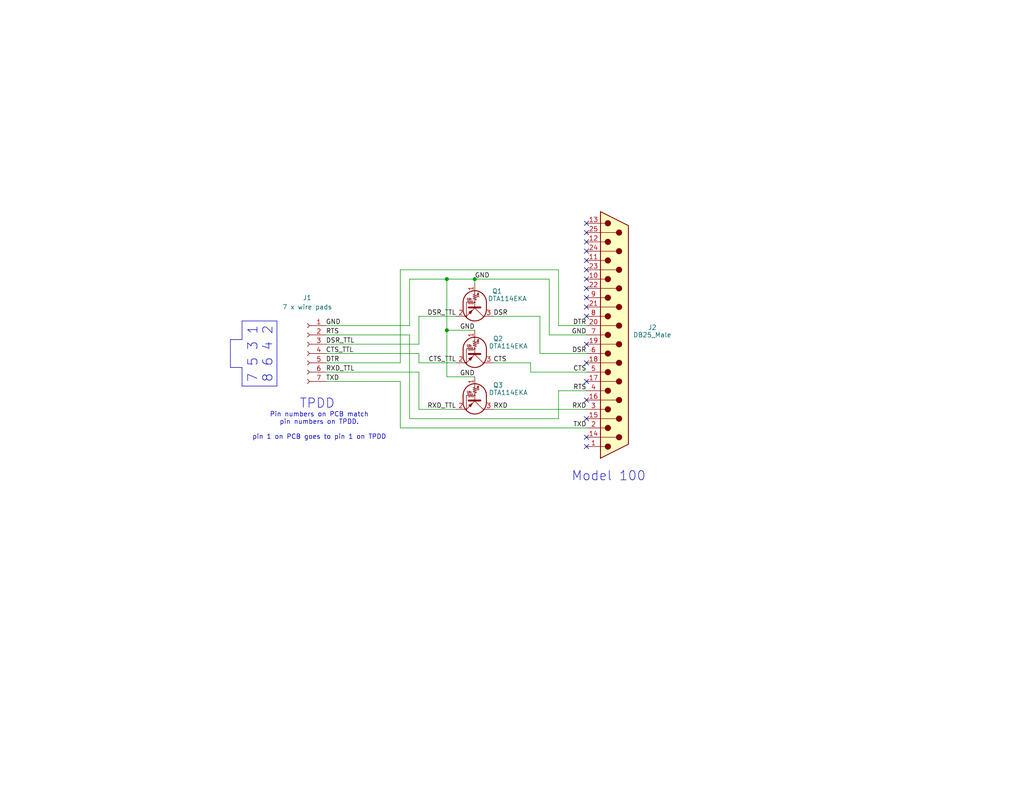
<source format=kicad_sch>
(kicad_sch (version 20231120) (generator "eeschema") (generator_version "8.0")
  (paper "USLetter")
  (title_block (title "TPDD-RS-232") (date "2020-08-07") (company "Brian K. White"))
  (lib_symbols
    (symbol "000_LOCAL:WirePads_01x07" (pin_names (offset 1.016) hide)
      (property "Reference" "J" (at 0 10.16 0))
      (property "Value" "WirePads_01x07" (at 0 -10.16 0))
      (symbol "WirePads_01x07_1_1"
        (arc (start 0 -7.112) (mid -0.5058 -7.62) (end 0 -8.128) (stroke (width 0.1524)))
        (arc (start 0 -4.572) (mid -0.5058 -5.08) (end 0 -5.588) (stroke (width 0.1524)))
        (arc (start 0 -2.032) (mid -0.5058 -2.54) (end 0 -3.048) (stroke (width 0.1524)))
        (polyline (pts (xy -1.27 -7.62) (xy -0.508 -7.62)) (stroke (width 0.1524)))
        (polyline (pts (xy -1.27 -5.08) (xy -0.508 -5.08)) (stroke (width 0.1524)))
        (polyline (pts (xy -1.27 -2.54) (xy -0.508 -2.54)) (stroke (width 0.1524)))
        (polyline (pts (xy -1.27 0) (xy -0.508 0)) (stroke (width 0.1524)))
        (polyline (pts (xy -1.27 2.54) (xy -0.508 2.54)) (stroke (width 0.1524)))
        (polyline (pts (xy -1.27 5.08) (xy -0.508 5.08)) (stroke (width 0.1524)))
        (polyline (pts (xy -1.27 7.62) (xy -0.508 7.62)) (stroke (width 0.1524)))
        (arc (start 0 0.508) (mid -0.5058 0) (end 0 -0.508) (stroke (width 0.1524)))
        (arc (start 0 3.048) (mid -0.5058 2.54) (end 0 2.032) (stroke (width 0.1524)))
        (arc (start 0 5.588) (mid -0.5058 5.08) (end 0 4.572) (stroke (width 0.1524)))
        (arc (start 0 8.128) (mid -0.5058 7.62) (end 0 7.112) (stroke (width 0.1524)))
        (pin passive line (at -5.08 7.62 0) (length 3.81) (name "Pin_1") (number "1"))
        (pin passive line (at -5.08 5.08 0) (length 3.81) (name "Pin_2") (number "2"))
        (pin passive line (at -5.08 2.54 0) (length 3.81) (name "Pin_3") (number "3"))
        (pin passive line (at -5.08 0 0) (length 3.81) (name "Pin_4") (number "4"))
        (pin passive line (at -5.08 -2.54 0) (length 3.81) (name "Pin_5") (number "5"))
        (pin passive line (at -5.08 -5.08 0) (length 3.81) (name "Pin_6") (number "6"))
        (pin passive line (at -5.08 -7.62 0) (length 3.81) (name "Pin_7") (number "7"))
      )
    )
    (symbol "Connector:DB25_Male" (pin_names (offset 1.016) hide)
      (property "Reference" "J" (at 0 34.29 0))
      (property "Value" "DB25_Male" (at 0 -34.925 0))
      (symbol "DB25_Male_0_1"
        (circle (center -1.778 -30.48) (radius 0.762) (fill (type outline)))
        (circle (center -1.778 -25.4) (radius 0.762) (fill (type outline)))
        (circle (center -1.778 -20.32) (radius 0.762) (fill (type outline)))
        (circle (center -1.778 -15.24) (radius 0.762) (fill (type outline)))
        (circle (center -1.778 -10.16) (radius 0.762) (fill (type outline)))
        (circle (center -1.778 -5.08) (radius 0.762) (fill (type outline)))
        (circle (center -1.778 0) (radius 0.762) (fill (type outline)))
        (circle (center -1.778 5.08) (radius 0.762) (fill (type outline)))
        (circle (center -1.778 10.16) (radius 0.762) (fill (type outline)))
        (circle (center -1.778 15.24) (radius 0.762) (fill (type outline)))
        (circle (center -1.778 20.32) (radius 0.762) (fill (type outline)))
        (circle (center -1.778 25.4) (radius 0.762) (fill (type outline)))
        (circle (center -1.778 30.48) (radius 0.762) (fill (type outline)))
        (polyline (pts (xy -3.81 -30.48) (xy -2.54 -30.48)))
        (polyline (pts (xy -3.81 -27.94) (xy 0.508 -27.94)))
        (polyline (pts (xy -3.81 -25.4) (xy -2.54 -25.4)))
        (polyline (pts (xy -3.81 -22.86) (xy 0.508 -22.86)))
        (polyline (pts (xy -3.81 -20.32) (xy -2.54 -20.32)))
        (polyline (pts (xy -3.81 -17.78) (xy 0.508 -17.78)))
        (polyline (pts (xy -3.81 -15.24) (xy -2.54 -15.24)))
        (polyline (pts (xy -3.81 -12.7) (xy 0.508 -12.7)))
        (polyline (pts (xy -3.81 -10.16) (xy -2.54 -10.16)))
        (polyline (pts (xy -3.81 -7.62) (xy 0.508 -7.62)))
        (polyline (pts (xy -3.81 -5.08) (xy -2.54 -5.08)))
        (polyline (pts (xy -3.81 -2.54) (xy 0.508 -2.54)))
        (polyline (pts (xy -3.81 0) (xy -2.54 0)))
        (polyline (pts (xy -3.81 2.54) (xy 0.508 2.54)))
        (polyline (pts (xy -3.81 5.08) (xy -2.54 5.08)))
        (polyline (pts (xy -3.81 7.62) (xy 0.508 7.62)))
        (polyline (pts (xy -3.81 10.16) (xy -2.54 10.16)))
        (polyline (pts (xy -3.81 12.7) (xy 0.508 12.7)))
        (polyline (pts (xy -3.81 15.24) (xy -2.54 15.24)))
        (polyline (pts (xy -3.81 17.78) (xy 0.508 17.78)))
        (polyline (pts (xy -3.81 20.32) (xy -2.54 20.32)))
        (polyline (pts (xy -3.81 22.86) (xy 0.508 22.86)))
        (polyline (pts (xy -3.81 25.4) (xy -2.54 25.4)))
        (polyline (pts (xy -3.81 27.94) (xy 0.508 27.94)))
        (polyline (pts (xy -3.81 30.48) (xy -2.54 30.48)))
        (polyline (pts (xy -3.81 -33.655) (xy 3.81 -29.845) (xy 3.81 29.845) (xy -3.81 33.655) (xy -3.81 -33.655)) (stroke (width 0.254)) (fill (type background)))
        (circle (center 1.27 -27.94) (radius 0.762) (fill (type outline)))
        (circle (center 1.27 -22.86) (radius 0.762) (fill (type outline)))
        (circle (center 1.27 -17.78) (radius 0.762) (fill (type outline)))
        (circle (center 1.27 -12.7) (radius 0.762) (fill (type outline)))
        (circle (center 1.27 -7.62) (radius 0.762) (fill (type outline)))
        (circle (center 1.27 -2.54) (radius 0.762) (fill (type outline)))
        (circle (center 1.27 2.54) (radius 0.762) (fill (type outline)))
        (circle (center 1.27 7.62) (radius 0.762) (fill (type outline)))
        (circle (center 1.27 12.7) (radius 0.762) (fill (type outline)))
        (circle (center 1.27 17.78) (radius 0.762) (fill (type outline)))
        (circle (center 1.27 22.86) (radius 0.762) (fill (type outline)))
        (circle (center 1.27 27.94) (radius 0.762) (fill (type outline)))
      )
      (symbol "DB25_Male_1_1"
        (pin passive line (at -7.62 -30.48 0) (length 3.81) (name "1") (number "1"))
        (pin passive line (at -7.62 15.24 0) (length 3.81) (name "10") (number "10"))
        (pin passive line (at -7.62 20.32 0) (length 3.81) (name "11") (number "11"))
        (pin passive line (at -7.62 25.4 0) (length 3.81) (name "12") (number "12"))
        (pin passive line (at -7.62 30.48 0) (length 3.81) (name "13") (number "13"))
        (pin passive line (at -7.62 -27.94 0) (length 3.81) (name "P14") (number "14"))
        (pin passive line (at -7.62 -22.86 0) (length 3.81) (name "P15") (number "15"))
        (pin passive line (at -7.62 -17.78 0) (length 3.81) (name "P16") (number "16"))
        (pin passive line (at -7.62 -12.7 0) (length 3.81) (name "P17") (number "17"))
        (pin passive line (at -7.62 -7.62 0) (length 3.81) (name "P18") (number "18"))
        (pin passive line (at -7.62 -2.54 0) (length 3.81) (name "P19") (number "19"))
        (pin passive line (at -7.62 -25.4 0) (length 3.81) (name "2") (number "2"))
        (pin passive line (at -7.62 2.54 0) (length 3.81) (name "P20") (number "20"))
        (pin passive line (at -7.62 7.62 0) (length 3.81) (name "P21") (number "21"))
        (pin passive line (at -7.62 12.7 0) (length 3.81) (name "P22") (number "22"))
        (pin passive line (at -7.62 17.78 0) (length 3.81) (name "P23") (number "23"))
        (pin passive line (at -7.62 22.86 0) (length 3.81) (name "P24") (number "24"))
        (pin passive line (at -7.62 27.94 0) (length 3.81) (name "P25") (number "25"))
        (pin passive line (at -7.62 -20.32 0) (length 3.81) (name "3") (number "3"))
        (pin passive line (at -7.62 -15.24 0) (length 3.81) (name "4") (number "4"))
        (pin passive line (at -7.62 -10.16 0) (length 3.81) (name "5") (number "5"))
        (pin passive line (at -7.62 -5.08 0) (length 3.81) (name "6") (number "6"))
        (pin passive line (at -7.62 0 0) (length 3.81) (name "7") (number "7"))
        (pin passive line (at -7.62 5.08 0) (length 3.81) (name "8") (number "8"))
        (pin passive line (at -7.62 10.16 0) (length 3.81) (name "9") (number "9"))
      )
    )
    (symbol "Transistor_BJT:DTA114E" (pin_names (offset 0) hide)
      (property "Reference" "Q" (at 5.08 1.905 0))
      (property "Value" "DTA114E" (at 5.08 0 0))
      (symbol "DTA114E_0_0"
        (text "10k" (at -3.302 0.889 0) (effects (font (size 0.508 0.508))))
        (text "10k" (at -2.159 -1.524 900) (effects (font (size 0.508 0.508))))
      )
      (symbol "DTA114E_0_1"
        (circle (center -1.27 0) (radius 0.127))
        (arc (start -1.27 3.175) (mid -4.4312 0) (end -1.27 -3.175) (stroke (width 0.254)))
        (polyline (pts (xy -3.429 0) (xy -3.81 0)))
        (polyline (pts (xy -1.27 -3.175) (xy 0.635 -3.175)) (stroke (width 0.254)))
        (polyline (pts (xy -1.27 3.175) (xy 0.635 3.175)) (stroke (width 0.254)))
        (polyline (pts (xy 0 -0.254) (xy 2.54 2.286)))
        (polyline (pts (xy 0.127 1.524) (xy 0.127 -1.651)) (stroke (width 0.508)) (fill (type outline)))
        (polyline (pts (xy 2.54 2.286) (xy 2.54 2.54)))
        (polyline (pts (xy 2.54 -2.286) (xy 0 0.254) (xy 0 0.254)))
        (polyline (pts (xy 1.397 -1.651) (xy 1.905 -1.143) (xy 0.889 -0.635) (xy 1.397 -1.651)) (fill (type outline)))
        (polyline (pts (xy 0 0) (xy -1.905 0) (xy -2.032 0.508) (xy -2.286 -0.508) (xy -2.54 0.508) (xy -2.794 -0.508) (xy -3.048 0.508) (xy -3.302 -0.508) (xy -3.429 0)))
        (polyline (pts (xy -1.27 0) (xy -1.27 -0.381) (xy -0.762 -0.508) (xy -1.778 -0.762) (xy -0.762 -1.016) (xy -1.778 -1.27) (xy -0.762 -1.524) (xy -1.778 -1.778) (xy -1.27 -1.905) (xy -1.27 -2.286) (xy 2.54 -2.286)))
        (arc (start 0.635 -3.175) (mid 3.7962 0) (end 0.635 3.175) (stroke (width 0.254)))
        (circle (center 2.54 -2.286) (radius 0.127))
      )
      (symbol "DTA114E_1_1"
        (pin input line (at -6.35 0 0) (length 2.54) (name "B") (number "1"))
        (pin passive line (at 2.54 -5.08 90) (length 2.54) (name "E") (number "2"))
        (pin passive line (at 2.54 5.08 270) (length 2.54) (name "C") (number "3"))
      )
    )
  )
  (junction (at 121.92 90.17))
  (junction (at 121.92 76.2))
  (junction (at 129.54 76.2))
  (no_connect (at 160.02 114.3))
  (no_connect (at 160.02 78.74))
  (no_connect (at 160.02 93.98))
  (no_connect (at 160.02 121.92))
  (no_connect (at 160.02 109.22))
  (no_connect (at 160.02 71.12))
  (no_connect (at 160.02 99.06))
  (no_connect (at 160.02 86.36))
  (no_connect (at 160.02 68.58))
  (no_connect (at 160.02 81.28))
  (no_connect (at 160.02 83.82))
  (no_connect (at 160.02 60.96))
  (no_connect (at 160.02 104.14))
  (no_connect (at 160.02 63.5))
  (no_connect (at 160.02 66.04))
  (no_connect (at 160.02 73.66))
  (no_connect (at 160.02 119.38))
  (no_connect (at 160.02 76.2))
  (wire (pts (xy 152.4 73.66) (xy 152.4 88.9)))
  (polyline (pts (xy 75.565 87.63) (xy 75.565 105.41)))
  (wire (pts (xy 88.9 93.98) (xy 114.3 93.98)))
  (wire (pts (xy 160.02 96.52) (xy 147.32 96.52)))
  (wire (pts (xy 114.3 111.76) (xy 124.46 111.76)))
  (wire (pts (xy 109.22 73.66) (xy 152.4 73.66)))
  (wire (pts (xy 109.22 104.14) (xy 109.22 116.84)))
  (wire (pts (xy 88.9 101.6) (xy 114.3 101.6)))
  (wire (pts (xy 152.4 88.9) (xy 160.02 88.9)))
  (wire (pts (xy 134.62 86.36) (xy 147.32 86.36)))
  (wire (pts (xy 152.4 114.3) (xy 152.4 106.68)))
  (polyline (pts (xy 66.04 105.41) (xy 75.565 105.41)))
  (wire (pts (xy 160.02 106.68) (xy 152.4 106.68)))
  (wire (pts (xy 109.22 116.84) (xy 160.02 116.84)))
  (wire (pts (xy 88.9 99.06) (xy 109.22 99.06)))
  (wire (pts (xy 109.22 99.06) (xy 109.22 73.66)))
  (wire (pts (xy 88.9 91.44) (xy 111.76 91.44)))
  (wire (pts (xy 129.54 76.2) (xy 129.54 77.47)))
  (polyline (pts (xy 66.04 87.63) (xy 75.565 87.63)))
  (wire (pts (xy 147.32 86.36) (xy 147.32 96.52)))
  (polyline (pts (xy 62.865 92.71) (xy 66.04 92.71)))
  (polyline (pts (xy 66.04 100.33) (xy 66.04 105.41)))
  (polyline (pts (xy 62.865 100.33) (xy 66.04 100.33)))
  (wire (pts (xy 114.3 101.6) (xy 114.3 111.76)))
  (wire (pts (xy 149.86 76.2) (xy 149.86 91.44)))
  (wire (pts (xy 134.62 99.06) (xy 144.78 99.06)))
  (wire (pts (xy 114.3 99.06) (xy 124.46 99.06)))
  (wire (pts (xy 114.3 86.36) (xy 124.46 86.36)))
  (wire (pts (xy 121.92 90.17) (xy 121.92 102.87)))
  (wire (pts (xy 114.3 93.98) (xy 114.3 86.36)))
  (wire (pts (xy 121.92 76.2) (xy 121.92 90.17)))
  (wire (pts (xy 121.92 76.2) (xy 129.54 76.2)))
  (wire (pts (xy 111.76 114.3) (xy 152.4 114.3)))
  (wire (pts (xy 129.54 76.2) (xy 149.86 76.2)))
  (wire (pts (xy 144.78 101.6) (xy 160.02 101.6)))
  (wire (pts (xy 121.92 102.87) (xy 129.54 102.87)))
  (wire (pts (xy 144.78 99.06) (xy 144.78 101.6)))
  (wire (pts (xy 88.9 104.14) (xy 109.22 104.14)))
  (wire (pts (xy 111.76 76.2) (xy 111.76 88.9)))
  (polyline (pts (xy 66.04 87.63) (xy 66.04 92.71)))
  (wire (pts (xy 114.3 96.52) (xy 114.3 99.06)))
  (wire (pts (xy 134.62 111.76) (xy 160.02 111.76)))
  (wire (pts (xy 149.86 91.44) (xy 160.02 91.44)))
  (wire (pts (xy 88.9 88.9) (xy 111.76 88.9)))
  (wire (pts (xy 88.9 96.52) (xy 114.3 96.52)))
  (polyline (pts (xy 62.865 92.71) (xy 62.865 100.33)))
  (wire (pts (xy 111.76 91.44) (xy 111.76 114.3)))
  (wire (pts (xy 129.54 90.17) (xy 121.92 90.17)))
  (wire (pts (xy 111.76 76.2) (xy 121.92 76.2)))
  (text "7 5 3 1\n8 6 4 2" (at 70.993 96.774 90) (effects (font (size 2.54 2.54))))
  (text "Model 100" (at 176.276 131.572 0) (effects (font (size 2.54 2.54)) (justify right bottom)))
  (text "TPDD" (at 91.44 111.76 0) (effects (font (size 2.54 2.54)) (justify right bottom)))
  (text "Pin numbers on PCB match\npin numbers on TPDD.\n\npin 1 on PCB goes to pin 1 on TPDD\n" (at 87.122 116.332 0) (effects (font (size 1.27 1.27))))
  (label "DSR" (at 160.02 96.52 180))
  (label "RXD" (at 160.02 111.76 180))
  (label "RTS" (at 160.02 106.68 180))
  (label "DTR" (at 160.02 88.9 180))
  (label "GND" (at 129.54 76.2 0))
  (label "GND" (at 160.02 91.44 180))
  (label "GND" (at 88.9 88.9 0))
  (label "RXD" (at 134.62 111.76 0))
  (label "RXD_TTL" (at 124.46 111.76 180))
  (label "TXD" (at 88.9 104.14 0))
  (label "CTS" (at 134.62 99.06 0))
  (label "RXD_TTL" (at 88.9 101.6 0))
  (label "DTR" (at 88.9 99.06 0))
  (label "GND" (at 129.54 90.17 180))
  (label "DSR_TTL" (at 88.9 93.98 0))
  (label "CTS" (at 160.02 101.6 180))
  (label "CTS_TTL" (at 88.9 96.52 0))
  (label "CTS_TTL" (at 124.46 99.06 180))
  (label "DSR" (at 134.62 86.36 0))
  (label "TXD" (at 160.02 116.84 180))
  (label "DSR_TTL" (at 124.46 86.36 180))
  (label "GND" (at 129.54 102.87 180))
  (label "RTS" (at 88.9 91.44 0))
  (symbol (lib_id "Connector:DB25_Male") (at 167.64 91.44 0) (unit 1)
    (property "Reference" "J2" (at 176.784 89.408 0) (effects (justify left)))
    (property "Value" "DB25_Male" (at 172.72 91.44 0) (effects (justify left)))
    (property "Footprint" "000_LOCAL:DSUB-25_Male_EdgeMount_P2.77mm" (effects (hide yes)))
    (property "Datasheet" " ~" (effects (hide yes)))
  )
  (symbol (lib_id "000_LOCAL:WirePads_01x07") (at 83.82 96.52 0) (mirror y) (unit 1)
    (property "Reference" "J1" (at 83.82 81.28 0))
    (property "Value" "7 x wire pads" (at 83.82 83.82 0))
    (property "Footprint" "000_LOCAL:pins_1x7_2mm" (effects (hide yes)))
  )
  (symbol (lib_id "Transistor_BJT:DTA114E") (at 129.54 83.82 270) (unit 1)
    (property "Reference" "Q1" (at 135.636 79.502 90))
    (property "Value" "DTA114EKA" (at 138.43 81.534 90))
    (property "Footprint" "000_LOCAL:SC-59" (effects (hide yes)))
    (property "Datasheet" "https://www.rohm.com/datasheet/DTA114EEB/dta114eebtl-e" (effects (hide yes)))
  )
  (symbol (lib_id "Transistor_BJT:DTA114E") (at 129.54 96.52 270) (unit 1)
    (property "Reference" "Q2" (at 135.89 92.456 90))
    (property "Value" "DTA114EKA" (at 138.684 94.488 90))
    (property "Footprint" "000_LOCAL:SC-59" (effects (hide yes)))
    (property "Datasheet" "https://www.rohm.com/datasheet/DTA114EEB/dta114eebtl-e" (effects (hide yes)))
  )
  (symbol (lib_id "Transistor_BJT:DTA114E") (at 129.54 109.22 270) (unit 1)
    (property "Reference" "Q3" (at 135.89 105.156 90))
    (property "Value" "DTA114EKA" (at 138.684 107.188 90))
    (property "Footprint" "000_LOCAL:SC-59" (effects (hide yes)))
    (property "Datasheet" "https://www.rohm.com/datasheet/DTA114EEB/dta114eebtl-e" (effects (hide yes)))
  )
)
</source>
